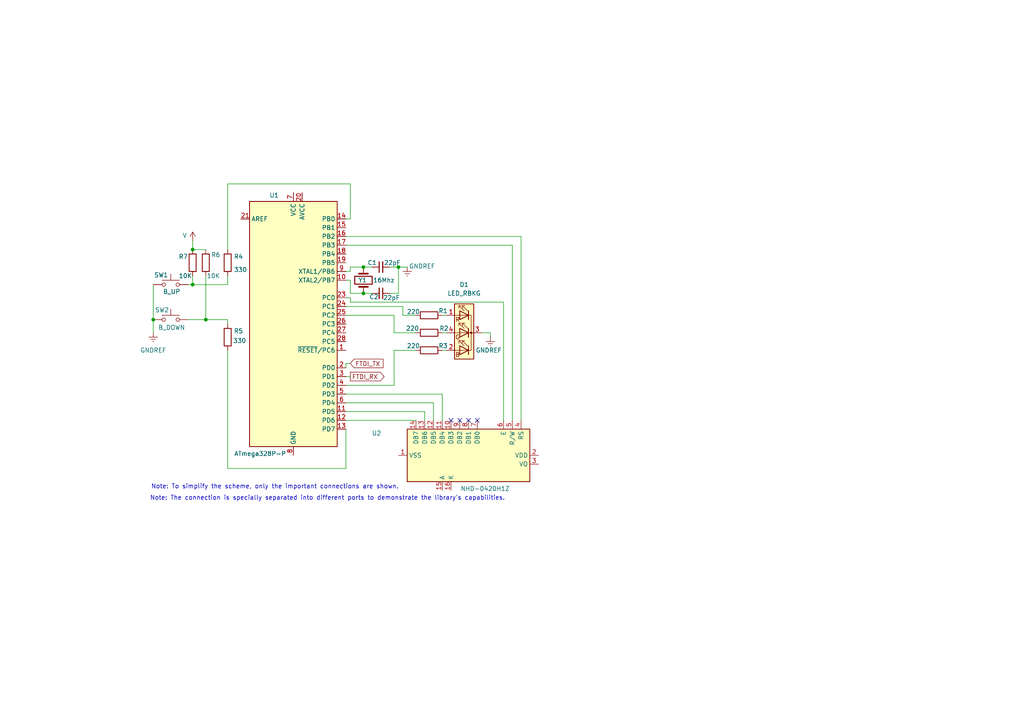
<source format=kicad_sch>
(kicad_sch (version 20250114) (generator "eeschema") (generator_version "9.0")
  (paper "A4")
  (lib_symbols
    (symbol "Device:C_Small" (pin_numbers (hide yes)) (pin_names (offset 0.254) (hide yes))
      (property "Reference" "C" (at 0.254 1.778 0))
      (property "Value" "C_Small" (at 0.254 -2.032 0))
      (symbol "C_Small_0_1"
        (polyline (pts (xy -1.524 0.508) (xy 1.524 0.508)) (stroke (width 0.3048)))
        (polyline (pts (xy -1.524 -0.508) (xy 1.524 -0.508)) (stroke (width 0.3302)))
      )
      (symbol "C_Small_1_1"
        (pin passive line (at 0 2.54 270) (length 2.032) (name "~") (number "1"))
        (pin passive line (at 0 -2.54 90) (length 2.032) (name "~") (number "2"))
      )
    )
    (symbol "Device:Crystal" (pin_numbers (hide yes)) (pin_names (offset 1.016) (hide yes))
      (property "Reference" "Y" (at 0 3.81 0))
      (property "Value" "Crystal" (at 0 -3.81 0))
      (symbol "Crystal_0_1"
        (polyline (pts (xy -2.54 0) (xy -1.905 0)))
        (polyline (pts (xy -1.905 -1.27) (xy -1.905 1.27)) (stroke (width 0.508)))
        (rectangle (start -1.143 2.54) (end 1.143 -2.54) (stroke (width 0.3048)))
        (polyline (pts (xy 1.905 -1.27) (xy 1.905 1.27)) (stroke (width 0.508)))
        (polyline (pts (xy 2.54 0) (xy 1.905 0)))
      )
      (symbol "Crystal_1_1"
        (pin passive line (at -3.81 0 0) (length 1.27) (name "1") (number "1"))
        (pin passive line (at 3.81 0 180) (length 1.27) (name "2") (number "2"))
      )
    )
    (symbol "Device:LED_RBKG" (pin_names (offset 0) (hide yes))
      (property "Reference" "D" (at 0 9.398 0))
      (property "Value" "LED_RBKG" (at 0 -8.89 0))
      (symbol "LED_RBKG_0_0"
        (text "R" (at 1.905 3.81 0) (effects (font (size 1.27 1.27))))
        (text "G" (at 1.905 -1.27 0) (effects (font (size 1.27 1.27))))
        (text "B" (at 1.905 -6.35 0) (effects (font (size 1.27 1.27))))
      )
      (symbol "LED_RBKG_0_1"
        (circle (center -2.032 0) (radius 0.254) (fill (type outline)))
        (polyline (pts (xy -1.27 6.35) (xy -1.27 3.81)) (stroke (width 0.254)))
        (polyline (pts (xy -1.27 6.35) (xy -1.27 3.81) (xy -1.27 3.81)))
        (polyline (pts (xy -1.27 5.08) (xy 1.27 5.08)))
        (polyline (pts (xy -1.27 5.08) (xy -2.032 5.08) (xy -2.032 -5.08) (xy -1.016 -5.08)))
        (polyline (pts (xy -1.27 1.27) (xy -1.27 -1.27)) (stroke (width 0.254)))
        (polyline (pts (xy -1.27 1.27) (xy -1.27 -1.27) (xy -1.27 -1.27)))
        (polyline (pts (xy -1.27 0) (xy -2.54 0)))
        (polyline (pts (xy -1.27 -3.81) (xy -1.27 -6.35)) (stroke (width 0.254)))
        (polyline (pts (xy -1.27 -5.08) (xy 1.27 -5.08)))
        (polyline (pts (xy -1.016 6.35) (xy 0.508 7.874) (xy -0.254 7.874) (xy 0.508 7.874) (xy 0.508 7.112)))
        (polyline (pts (xy -1.016 1.27) (xy 0.508 2.794) (xy -0.254 2.794) (xy 0.508 2.794) (xy 0.508 2.032)))
        (polyline (pts (xy -1.016 -3.81) (xy 0.508 -2.286) (xy -0.254 -2.286) (xy 0.508 -2.286) (xy 0.508 -3.048)))
        (polyline (pts (xy 0 6.35) (xy 1.524 7.874) (xy 0.762 7.874) (xy 1.524 7.874) (xy 1.524 7.112)))
        (polyline (pts (xy 0 1.27) (xy 1.524 2.794) (xy 0.762 2.794) (xy 1.524 2.794) (xy 1.524 2.032)))
        (polyline (pts (xy 0 -3.81) (xy 1.524 -2.286) (xy 0.762 -2.286) (xy 1.524 -2.286) (xy 1.524 -3.048)))
        (polyline (pts (xy 1.27 6.35) (xy 1.27 3.81) (xy -1.27 5.08) (xy 1.27 6.35)) (stroke (width 0.254)))
        (rectangle (start 1.27 6.35) (end 1.27 6.35))
        (polyline (pts (xy 1.27 5.08) (xy 2.54 5.08)))
        (rectangle (start 1.27 3.81) (end 1.27 6.35))
        (polyline (pts (xy 1.27 1.27) (xy 1.27 -1.27) (xy -1.27 0) (xy 1.27 1.27)) (stroke (width 0.254)))
        (rectangle (start 1.27 1.27) (end 1.27 1.27))
        (polyline (pts (xy 1.27 0) (xy -1.27 0)))
        (polyline (pts (xy 1.27 0) (xy 2.54 0)))
        (rectangle (start 1.27 -1.27) (end 1.27 1.27))
        (polyline (pts (xy 1.27 -3.81) (xy 1.27 -6.35) (xy -1.27 -5.08) (xy 1.27 -3.81)) (stroke (width 0.254)))
        (polyline (pts (xy 1.27 -5.08) (xy 2.54 -5.08)))
        (rectangle (start 2.794 8.382) (end -2.794 -7.62) (stroke (width 0.254)) (fill (type background)))
      )
      (symbol "LED_RBKG_1_1"
        (pin passive line (at -5.08 0 0) (length 2.54) (name "K") (number "3"))
        (pin passive line (at 5.08 5.08 180) (length 2.54) (name "RA") (number "1"))
        (pin passive line (at 5.08 0 180) (length 2.54) (name "GA") (number "4"))
        (pin passive line (at 5.08 -5.08 180) (length 2.54) (name "BA") (number "2"))
      )
    )
    (symbol "Device:R" (pin_numbers (hide yes)) (pin_names (offset 0))
      (property "Reference" "R" (at 2.032 0 90))
      (property "Value" "R" (at 0 0 90))
      (symbol "R_0_1"
        (rectangle (start -1.016 -2.54) (end 1.016 2.54) (stroke (width 0.254)))
      )
      (symbol "R_1_1"
        (pin passive line (at 0 3.81 270) (length 1.27) (name "~") (number "1"))
        (pin passive line (at 0 -3.81 90) (length 1.27) (name "~") (number "2"))
      )
    )
    (symbol "Display_Character:NHD-0420H1Z"
      (property "Reference" "U" (at -6.35 19.05 0))
      (property "Value" "NHD-0420H1Z" (at 5.08 19.05 0))
      (symbol "NHD-0420H1Z_0_1"
        (rectangle (start -7.62 17.78) (end 7.62 -17.78) (stroke (width 0.254)) (fill (type background)))
      )
      (symbol "NHD-0420H1Z_1_1"
        (pin input line (at -10.16 15.24 0) (length 2.54) (name "RS") (number "4"))
        (pin input line (at -10.16 12.7 0) (length 2.54) (name "R/W") (number "5"))
        (pin input line (at -10.16 10.16 0) (length 2.54) (name "E") (number "6"))
        (pin bidirectional line (at -10.16 2.54 0) (length 2.54) (name "DB0") (number "7"))
        (pin bidirectional line (at -10.16 0 0) (length 2.54) (name "DB1") (number "8"))
        (pin bidirectional line (at -10.16 -2.54 0) (length 2.54) (name "DB2") (number "9"))
        (pin bidirectional line (at -10.16 -5.08 0) (length 2.54) (name "DB3") (number "10"))
        (pin bidirectional line (at -10.16 -7.62 0) (length 2.54) (name "DB4") (number "11"))
        (pin bidirectional line (at -10.16 -10.16 0) (length 2.54) (name "DB5") (number "12"))
        (pin bidirectional line (at -10.16 -12.7 0) (length 2.54) (name "DB6") (number "13"))
        (pin bidirectional line (at -10.16 -15.24 0) (length 2.54) (name "DB7") (number "14"))
        (pin power_in line (at 0 20.32 270) (length 2.54) (name "VDD") (number "2"))
        (pin power_in line (at 0 -20.32 90) (length 2.54) (name "VSS") (number "1"))
        (pin power_in line (at 2.54 20.32 270) (length 2.54) (name "VO") (number "3"))
        (pin passive line (at 10.16 -5.08 180) (length 2.54) (name "K") (number "16"))
        (pin passive line (at 10.16 -7.62 180) (length 2.54) (name "A") (number "15"))
      )
    )
    (symbol "MCU_Microchip_ATmega:ATmega328P-P"
      (property "Reference" "U" (at -12.7 36.83 0))
      (property "Value" "ATmega328P-P" (at 2.54 -36.83 0))
      (symbol "ATmega328P-P_0_1"
        (rectangle (start -12.7 -35.56) (end 12.7 35.56) (stroke (width 0.254)) (fill (type background)))
      )
      (symbol "ATmega328P-P_1_1"
        (pin passive line (at -15.24 30.48 0) (length 2.54) (name "AREF") (number "21"))
        (pin power_in line (at 0 38.1 270) (length 2.54) (name "VCC") (number "7"))
        (pin passive line (at 0 -38.1 90) (length 2.54) (hide yes) (name "GND") (number "22"))
        (pin power_in line (at 0 -38.1 90) (length 2.54) (name "GND") (number "8"))
        (pin power_in line (at 2.54 38.1 270) (length 2.54) (name "AVCC") (number "20"))
        (pin bidirectional line (at 15.24 30.48 180) (length 2.54) (name "PB0") (number "14"))
        (pin bidirectional line (at 15.24 27.94 180) (length 2.54) (name "PB1") (number "15"))
        (pin bidirectional line (at 15.24 25.4 180) (length 2.54) (name "PB2") (number "16"))
        (pin bidirectional line (at 15.24 22.86 180) (length 2.54) (name "PB3") (number "17"))
        (pin bidirectional line (at 15.24 20.32 180) (length 2.54) (name "PB4") (number "18"))
        (pin bidirectional line (at 15.24 17.78 180) (length 2.54) (name "PB5") (number "19"))
        (pin bidirectional line (at 15.24 15.24 180) (length 2.54) (name "XTAL1/PB6") (number "9"))
        (pin bidirectional line (at 15.24 12.7 180) (length 2.54) (name "XTAL2/PB7") (number "10"))
        (pin bidirectional line (at 15.24 7.62 180) (length 2.54) (name "PC0") (number "23"))
        (pin bidirectional line (at 15.24 5.08 180) (length 2.54) (name "PC1") (number "24"))
        (pin bidirectional line (at 15.24 2.54 180) (length 2.54) (name "PC2") (number "25"))
        (pin bidirectional line (at 15.24 0 180) (length 2.54) (name "PC3") (number "26"))
        (pin bidirectional line (at 15.24 -2.54 180) (length 2.54) (name "PC4") (number "27"))
        (pin bidirectional line (at 15.24 -5.08 180) (length 2.54) (name "PC5") (number "28"))
        (pin bidirectional line (at 15.24 -7.62 180) (length 2.54) (name "~{RESET}/PC6") (number "1"))
        (pin bidirectional line (at 15.24 -12.7 180) (length 2.54) (name "PD0") (number "2"))
        (pin bidirectional line (at 15.24 -15.24 180) (length 2.54) (name "PD1") (number "3"))
        (pin bidirectional line (at 15.24 -17.78 180) (length 2.54) (name "PD2") (number "4"))
        (pin bidirectional line (at 15.24 -20.32 180) (length 2.54) (name "PD3") (number "5"))
        (pin bidirectional line (at 15.24 -22.86 180) (length 2.54) (name "PD4") (number "6"))
        (pin bidirectional line (at 15.24 -25.4 180) (length 2.54) (name "PD5") (number "11"))
        (pin bidirectional line (at 15.24 -27.94 180) (length 2.54) (name "PD6") (number "12"))
        (pin bidirectional line (at 15.24 -30.48 180) (length 2.54) (name "PD7") (number "13"))
      )
    )
    (symbol "Switch:SW_Push" (pin_numbers (hide yes)) (pin_names (offset 1.016) (hide yes))
      (property "Reference" "SW" (at 1.27 2.54 0))
      (property "Value" "SW_Push" (at 0 -1.524 0))
      (symbol "SW_Push_0_1"
        (circle (center -2.032 0) (radius 0.508))
        (polyline (pts (xy 0 1.27) (xy 0 3.048)))
        (circle (center 2.032 0) (radius 0.508))
        (polyline (pts (xy 2.54 1.27) (xy -2.54 1.27)))
        (pin passive line (at -5.08 0 0) (length 2.54) (name "1") (number "1"))
        (pin passive line (at 5.08 0 180) (length 2.54) (name "2") (number "2"))
      )
    )
    (symbol "power:GNDREF" (power) (pin_numbers (hide yes)) (pin_names (offset 0) (hide yes))
      (property "Value" "GNDREF" (at 0 -3.81 0))
      (symbol "GNDREF_0_1"
        (polyline (pts (xy -0.635 -1.905) (xy 0.635 -1.905)))
        (polyline (pts (xy -0.127 -2.54) (xy 0.127 -2.54)))
        (polyline (pts (xy 0 -1.27) (xy 0 0)))
        (polyline (pts (xy 1.27 -1.27) (xy -1.27 -1.27)))
      )
      (symbol "GNDREF_1_1"
        (pin power_in line (at 0 0 270) (length 0) (name "~") (number "1"))
      )
    )
    (symbol "power:VCC" (power) (pin_numbers (hide yes)) (pin_names (offset 0) (hide yes))
      (property "Value" "VCC" (at 0 3.556 0))
      (symbol "VCC_0_1"
        (polyline (pts (xy -0.762 1.27) (xy 0 2.54)))
        (polyline (pts (xy 0 2.54) (xy 0.762 1.27)))
        (polyline (pts (xy 0 0) (xy 0 2.54)))
      )
      (symbol "VCC_1_1"
        (pin power_in line (at 0 0 90) (length 0) (name "~") (number "1"))
      )
    )
  )
  (text "Note: The connection is specially separated into different ports to demonstrate the library's capabilities." (at 94.996 144.526 0) (effects (font (size 1.27 1.27))))
  (text "Note: To simplify the scheme, only the important connections are shown." (at 79.756 141.224 0) (effects (font (size 1.27 1.27))))
  (junction (at 55.88 82.55))
  (junction (at 59.69 92.71))
  (junction (at 44.45 92.71))
  (junction (at 105.41 77.47))
  (junction (at 105.41 85.09))
  (junction (at 55.88 72.39))
  (junction (at 115.57 77.47))
  (no_connect (at 135.89 121.92))
  (no_connect (at 133.35 121.92))
  (no_connect (at 130.81 121.92))
  (no_connect (at 138.43 121.92))
  (wire (pts (xy 100.33 116.84) (xy 125.73 116.84)))
  (wire (pts (xy 148.59 121.92) (xy 148.59 71.12)))
  (wire (pts (xy 114.3 91.44) (xy 100.33 91.44)))
  (wire (pts (xy 100.33 114.3) (xy 128.27 114.3)))
  (wire (pts (xy 66.04 53.34) (xy 101.6 53.34)))
  (wire (pts (xy 125.73 116.84) (xy 125.73 121.92)))
  (wire (pts (xy 101.6 86.36) (xy 100.33 86.36)))
  (wire (pts (xy 55.88 82.55) (xy 66.04 82.55)))
  (wire (pts (xy 101.6 81.28) (xy 100.33 81.28)))
  (wire (pts (xy 66.04 72.39) (xy 66.04 53.34)))
  (wire (pts (xy 101.6 87.63) (xy 146.05 87.63)))
  (wire (pts (xy 101.6 85.09) (xy 101.6 81.28)))
  (wire (pts (xy 100.33 105.41) (xy 101.6 105.41)))
  (wire (pts (xy 114.3 101.6) (xy 114.3 111.76)))
  (wire (pts (xy 114.3 96.52) (xy 120.65 96.52)))
  (wire (pts (xy 100.33 135.89) (xy 66.04 135.89)))
  (wire (pts (xy 44.45 82.55) (xy 44.45 92.71)))
  (wire (pts (xy 66.04 135.89) (xy 66.04 101.6)))
  (wire (pts (xy 116.84 91.44) (xy 120.65 91.44)))
  (wire (pts (xy 66.04 92.71) (xy 66.04 93.98)))
  (wire (pts (xy 128.27 96.52) (xy 129.54 96.52)))
  (wire (pts (xy 55.88 72.39) (xy 59.69 72.39)))
  (wire (pts (xy 114.3 96.52) (xy 114.3 91.44)))
  (wire (pts (xy 128.27 91.44) (xy 129.54 91.44)))
  (wire (pts (xy 128.27 101.6) (xy 129.54 101.6)))
  (wire (pts (xy 116.84 91.44) (xy 116.84 88.9)))
  (wire (pts (xy 120.65 121.92) (xy 100.33 121.92)))
  (wire (pts (xy 151.13 121.92) (xy 151.13 68.58)))
  (wire (pts (xy 115.57 85.09) (xy 115.57 77.47)))
  (wire (pts (xy 100.33 119.38) (xy 123.19 119.38)))
  (wire (pts (xy 114.3 111.76) (xy 100.33 111.76)))
  (wire (pts (xy 105.41 77.47) (xy 101.6 77.47)))
  (wire (pts (xy 101.6 85.09) (xy 105.41 85.09)))
  (wire (pts (xy 100.33 124.46) (xy 100.33 135.89)))
  (wire (pts (xy 100.33 109.22) (xy 101.6 109.22)))
  (wire (pts (xy 142.24 96.52) (xy 139.7 96.52)))
  (wire (pts (xy 54.61 82.55) (xy 55.88 82.55)))
  (wire (pts (xy 59.69 80.01) (xy 59.69 92.71)))
  (wire (pts (xy 101.6 77.47) (xy 101.6 78.74)))
  (wire (pts (xy 100.33 105.41) (xy 100.33 106.68)))
  (wire (pts (xy 113.03 77.47) (xy 115.57 77.47)))
  (wire (pts (xy 113.03 85.09) (xy 115.57 85.09)))
  (wire (pts (xy 148.59 71.12) (xy 100.33 71.12)))
  (wire (pts (xy 59.69 92.71) (xy 66.04 92.71)))
  (wire (pts (xy 100.33 63.5) (xy 101.6 63.5)))
  (wire (pts (xy 116.84 88.9) (xy 100.33 88.9)))
  (wire (pts (xy 142.24 96.52) (xy 142.24 97.79)))
  (wire (pts (xy 151.13 68.58) (xy 100.33 68.58)))
  (wire (pts (xy 115.57 77.47) (xy 118.11 77.47)))
  (wire (pts (xy 55.88 69.85) (xy 55.88 72.39)))
  (wire (pts (xy 101.6 87.63) (xy 101.6 86.36)))
  (wire (pts (xy 105.41 77.47) (xy 107.95 77.47)))
  (wire (pts (xy 101.6 78.74) (xy 100.33 78.74)))
  (wire (pts (xy 54.61 92.71) (xy 59.69 92.71)))
  (wire (pts (xy 128.27 114.3) (xy 128.27 121.92)))
  (wire (pts (xy 123.19 121.92) (xy 123.19 119.38)))
  (wire (pts (xy 44.45 92.71) (xy 44.45 96.52)))
  (wire (pts (xy 107.95 85.09) (xy 105.41 85.09)))
  (wire (pts (xy 114.3 101.6) (xy 120.65 101.6)))
  (wire (pts (xy 101.6 53.34) (xy 101.6 63.5)))
  (wire (pts (xy 146.05 87.63) (xy 146.05 121.92)))
  (wire (pts (xy 66.04 82.55) (xy 66.04 80.01)))
  (wire (pts (xy 55.88 80.01) (xy 55.88 82.55)))
  (global_label "FTDI_TX" (shape input) (at 101.6 105.41 0) (property "Intersheetrefs" "${INTERSHEET_REFS}" (effects (hide yes))))
  (global_label "FTDI_RX" (shape output) (at 101.6 109.22 0) (property "Intersheetrefs" "${INTERSHEET_REFS}" (effects (hide yes))))
  (symbol (lib_id "Device:R") (at 59.69 76.2 0) (unit 1)
    (property "Reference" "R6" (at 61.214 73.914 0) (effects (justify left)))
    (property "Value" "10K" (at 59.944 80.01 0) (effects (justify left)))
    (property "Description" "Resistor" (effects (hide yes)))
  )
  (symbol (lib_id "Display_Character:NHD-0420H1Z") (at 135.89 132.08 270) (unit 1)
    (property "Reference" "U2" (at 109.22 125.6598 90))
    (property "Value" "NHD-0420H1Z" (at 140.716 141.732 90))
    (property "Footprint" "Display:NHD-0420H1Z" (effects (hide yes)))
    (property "Datasheet" "http://www.newhavendisplay.com/specs/NHD-0420H1Z-FSW-GBW-33V3.pdf" (effects (hide yes)))
    (property "Description" "LCD 20x4 Alphanumeric 16pin Blue/White/Green Backlight, 8bit parallel, 3.3V VDD" (effects (hide yes)))
  )
  (symbol (lib_id "Device:LED_RBKG") (at 134.62 96.52 0) (mirror y) (unit 1)
    (property "Reference" "D1" (at 134.62 82.55 0))
    (property "Value" "LED_RBKG" (at 134.62 85.09 0))
    (property "Description" "RGB LED, red/blue/cathode/green" (effects (hide yes)))
  )
  (symbol (lib_id "power:VCC") (at 55.88 69.85 0) (unit 1)
    (property "Reference" "#PWR03" (effects (hide yes)))
    (property "Value" "V" (at 53.594 68.326 0))
    (property "Description" "Power symbol creates a global label with name \"VCC\"" (effects (hide yes)))
  )
  (symbol (lib_id "power:GNDREF") (at 118.11 77.47 0) (unit 1)
    (property "Reference" "#PWR02" (effects (hide yes)))
    (property "Value" "GNDREF" (at 122.428 77.216 0))
    (property "Description" "Power symbol creates a global label with name \"GNDREF\" , reference supply ground" (effects (hide yes)))
  )
  (symbol (lib_id "Switch:SW_Push") (at 49.53 82.55 0) (unit 1)
    (property "Reference" "SW1" (at 46.736 79.756 0))
    (property "Value" "B_UP" (at 49.784 84.582 0))
    (property "Description" "Push button switch, generic, two pins" (effects (hide yes)))
  )
  (symbol (lib_id "power:GNDREF") (at 44.45 96.52 0) (unit 1)
    (property "Reference" "#PWR04" (effects (hide yes)))
    (property "Value" "GNDREF" (at 44.45 101.6 0))
    (property "Description" "Power symbol creates a global label with name \"GNDREF\" , reference supply ground" (effects (hide yes)))
  )
  (symbol (lib_id "power:GNDREF") (at 142.24 97.79 0) (unit 1)
    (property "Reference" "#PWR01" (effects (hide yes)))
    (property "Value" "GNDREF" (at 141.732 101.6 0))
    (property "Description" "Power symbol creates a global label with name \"GNDREF\" , reference supply ground" (effects (hide yes)))
  )
  (symbol (lib_id "Device:R") (at 124.46 96.52 270) (unit 1)
    (property "Reference" "R2" (at 128.778 95.25 90))
    (property "Value" "220" (at 119.634 95.25 90))
    (property "Description" "Resistor" (effects (hide yes)))
  )
  (symbol (lib_id "Device:R") (at 124.46 91.44 90) (unit 1)
    (property "Reference" "R1" (at 128.524 90.17 90))
    (property "Value" "220" (at 119.888 90.424 90))
    (property "Description" "Resistor" (effects (hide yes)))
  )
  (symbol (lib_id "Device:C_Small") (at 110.49 77.47 90) (unit 1)
    (property "Reference" "C1" (at 107.95 76.2 90))
    (property "Value" "22pF" (at 113.792 76.2 90))
    (property "Description" "Unpolarized capacitor, small symbol" (effects (hide yes)))
  )
  (symbol (lib_id "Device:R") (at 66.04 97.79 0) (unit 1)
    (property "Reference" "R5" (at 67.818 96.012 0) (effects (justify left)))
    (property "Value" "330" (at 67.564 98.806 0) (effects (justify left)))
    (property "Description" "Resistor" (effects (hide yes)))
  )
  (symbol (lib_id "Device:Crystal") (at 105.41 81.28 270) (unit 1)
    (property "Reference" "Y1" (at 103.886 81.28 90) (effects (justify left)))
    (property "Value" "16Mhz" (at 108.204 81.28 90) (effects (justify left)))
    (property "Description" "Two pin crystal" (effects (hide yes)))
  )
  (symbol (lib_id "Switch:SW_Push") (at 49.53 92.71 0) (unit 1)
    (property "Reference" "SW2" (at 46.99 89.916 0))
    (property "Value" "B_DOWN" (at 49.784 94.996 0))
    (property "Description" "Push button switch, generic, two pins" (effects (hide yes)))
  )
  (symbol (lib_id "Device:R") (at 124.46 101.6 90) (unit 1)
    (property "Reference" "R3" (at 128.524 100.33 90))
    (property "Value" "220" (at 119.888 100.33 90))
    (property "Description" "Resistor" (effects (hide yes)))
  )
  (symbol (lib_id "Device:C_Small") (at 110.49 85.09 270) (unit 1)
    (property "Reference" "C2" (at 108.458 86.106 90))
    (property "Value" "22pF" (at 113.538 86.36 90))
    (property "Description" "Unpolarized capacitor, small symbol" (effects (hide yes)))
  )
  (symbol (lib_id "Device:R") (at 55.88 76.2 0) (unit 1)
    (property "Reference" "R7" (at 51.816 74.422 0) (effects (justify left)))
    (property "Value" "10K" (at 51.816 80.01 0) (effects (justify left)))
    (property "Description" "Resistor" (effects (hide yes)))
  )
  (symbol (lib_id "MCU_Microchip_ATmega:ATmega328P-P") (at 85.09 93.98 0) (unit 1)
    (property "Reference" "U1" (at 79.502 56.642 0))
    (property "Value" "ATmega328P-P" (at 75.438 131.572 0))
    (property "Footprint" "Package_DIP:DIP-28_W7.62mm" (effects (hide yes)))
    (property "Datasheet" "http://ww1.microchip.com/downloads/en/DeviceDoc/ATmega328_P%20AVR%20MCU%20with%20picoPower%20Technology%20Data%20Sheet%2040001984A.pdf" (effects (hide yes)))
    (property "Description" "20MHz, 32kB Flash, 2kB SRAM, 1kB EEPROM, DIP-28" (effects (hide yes)))
  )
  (symbol (lib_id "Device:R") (at 66.04 76.2 0) (unit 1)
    (property "Reference" "R4" (at 67.818 74.422 0) (effects (justify left)))
    (property "Value" "330" (at 67.818 78.232 0) (effects (justify left)))
    (property "Description" "Resistor" (effects (hide yes)))
  )
)
</source>
